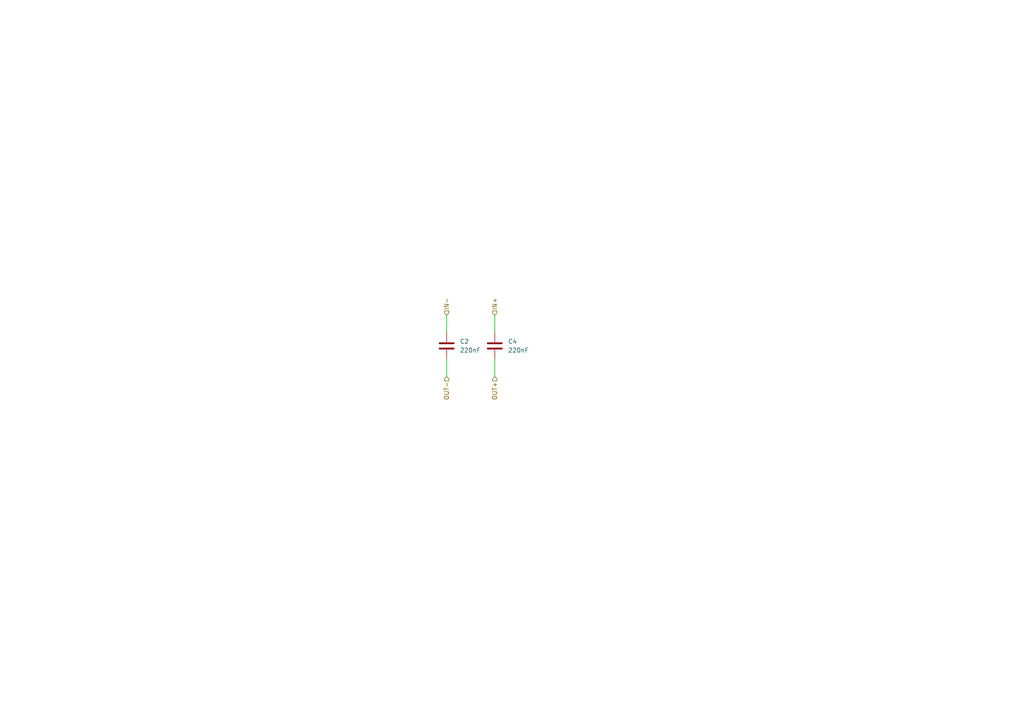
<source format=kicad_sch>
(kicad_sch (version 20250114) (generator "eeschema") (generator_version "9.0")
  (paper "A4")
  (lib_symbols
    (symbol "Device:C" (pin_numbers (hide yes)) (pin_names (offset 0.254))
      (property "Reference" "C" (at 0.635 2.54 0))
      (property "Value" "C" (at 0.635 -2.54 0))
      (symbol "C_0_1"
        (polyline (pts (xy -2.032 0.762) (xy 2.032 0.762)) (stroke (width 0.508)))
        (polyline (pts (xy -2.032 -0.762) (xy 2.032 -0.762)) (stroke (width 0.508)))
      )
      (symbol "C_1_1"
        (pin passive line (at 0 3.81 270) (length 2.794) (name "~") (number "1"))
        (pin passive line (at 0 -3.81 90) (length 2.794) (name "~") (number "2"))
      )
    )
  )
  (wire (pts (xy 129.54 104.14) (xy 129.54 109.22)))
  (wire (pts (xy 143.51 91.44) (xy 143.51 96.52)))
  (wire (pts (xy 143.51 104.14) (xy 143.51 109.22)))
  (wire (pts (xy 129.54 91.44) (xy 129.54 96.52)))
  (hierarchical_label "IN-" (shape input) (at 129.54 91.44 90))
  (hierarchical_label "IN+" (shape input) (at 143.51 91.44 90))
  (hierarchical_label "OUT+" (shape input) (at 143.51 109.22 270))
  (hierarchical_label "OUT-" (shape input) (at 129.54 109.22 270))
  (symbol (lib_id "Device:C") (at 129.54 100.33 0) (unit 1)
    (property "Reference" "C1" (at 133.35 99.0599 0) (effects (justify left)))
    (property "Value" "220nF" (at 133.35 101.5999 0) (effects (justify left)))
    (property "Footprint" "Capacitor_SMD:C_0201_0603Metric" (effects (hide yes)))
    (property "Description" "Unpolarized capacitor" (effects (hide yes)))
    (instances (project "M.2 A Key 3060" (path "" (reference "C2") (unit 1)) (path "" (reference "C1") (unit 1))))
  )
  (symbol (lib_id "Device:C") (at 143.51 100.33 0) (unit 1)
    (property "Reference" "C3" (at 147.32 99.0599 0) (effects (justify left)))
    (property "Value" "220nF" (at 147.32 101.5999 0) (effects (justify left)))
    (property "Footprint" "Capacitor_SMD:C_0201_0603Metric" (effects (hide yes)))
    (property "Description" "Unpolarized capacitor" (effects (hide yes)))
    (instances (project "M.2 A Key 3060" (path "" (reference "C4") (unit 1)) (path "" (reference "C3") (unit 1))))
  )
)
</source>
